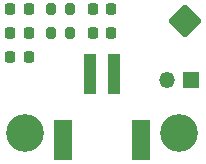
<source format=gbr>
%TF.GenerationSoftware,KiCad,Pcbnew,8.0.1-rc1*%
%TF.CreationDate,2024-05-21T21:17:26-06:00*%
%TF.ProjectId,screamer,73637265-616d-4657-922e-6b696361645f,V0.1.1*%
%TF.SameCoordinates,Original*%
%TF.FileFunction,Soldermask,Top*%
%TF.FilePolarity,Negative*%
%FSLAX46Y46*%
G04 Gerber Fmt 4.6, Leading zero omitted, Abs format (unit mm)*
G04 Created by KiCad (PCBNEW 8.0.1-rc1) date 2024-05-21 21:17:26*
%MOMM*%
%LPD*%
G01*
G04 APERTURE LIST*
G04 Aperture macros list*
%AMRoundRect*
0 Rectangle with rounded corners*
0 $1 Rounding radius*
0 $2 $3 $4 $5 $6 $7 $8 $9 X,Y pos of 4 corners*
0 Add a 4 corners polygon primitive as box body*
4,1,4,$2,$3,$4,$5,$6,$7,$8,$9,$2,$3,0*
0 Add four circle primitives for the rounded corners*
1,1,$1+$1,$2,$3*
1,1,$1+$1,$4,$5*
1,1,$1+$1,$6,$7*
1,1,$1+$1,$8,$9*
0 Add four rect primitives between the rounded corners*
20,1,$1+$1,$2,$3,$4,$5,0*
20,1,$1+$1,$4,$5,$6,$7,0*
20,1,$1+$1,$6,$7,$8,$9,0*
20,1,$1+$1,$8,$9,$2,$3,0*%
G04 Aperture macros list end*
%ADD10R,0.990600X3.505200*%
%ADD11R,1.498600X3.403600*%
%ADD12RoundRect,0.225000X0.225000X0.250000X-0.225000X0.250000X-0.225000X-0.250000X0.225000X-0.250000X0*%
%ADD13C,3.200000*%
%ADD14RoundRect,0.200000X0.200000X0.275000X-0.200000X0.275000X-0.200000X-0.275000X0.200000X-0.275000X0*%
%ADD15RoundRect,0.225000X-0.225000X-0.250000X0.225000X-0.250000X0.225000X0.250000X-0.225000X0.250000X0*%
%ADD16RoundRect,0.200000X-0.200000X-0.275000X0.200000X-0.275000X0.200000X0.275000X-0.200000X0.275000X0*%
%ADD17RoundRect,0.250001X-1.131369X0.000000X0.000000X-1.131369X1.131369X0.000000X0.000000X1.131369X0*%
%ADD18R,1.350000X1.350000*%
%ADD19O,1.350000X1.350000*%
G04 APERTURE END LIST*
D10*
%TO.C,BT1*%
X160000001Y-92500000D03*
X158000000Y-92500000D03*
D11*
X162314700Y-98062600D03*
X155685300Y-98062600D03*
%TD*%
D12*
%TO.C,C5*%
X152775000Y-91000000D03*
X151225000Y-91000000D03*
%TD*%
D13*
%TO.C,H2*%
X165500000Y-97500000D03*
%TD*%
D12*
%TO.C,C4*%
X152775000Y-89000000D03*
X151225000Y-89000000D03*
%TD*%
D14*
%TO.C,R2*%
X156325000Y-89000000D03*
X154675000Y-89000000D03*
%TD*%
D15*
%TO.C,C1*%
X158225000Y-89000000D03*
X159775000Y-89000000D03*
%TD*%
D13*
%TO.C,H1*%
X152500000Y-97500000D03*
%TD*%
D15*
%TO.C,C2*%
X158225000Y-87000000D03*
X159775000Y-87000000D03*
%TD*%
D16*
%TO.C,R1*%
X154675000Y-87000000D03*
X156325000Y-87000000D03*
%TD*%
D17*
%TO.C,AE1*%
X166000000Y-88000000D03*
%TD*%
D12*
%TO.C,C3*%
X152775000Y-87000000D03*
X151225000Y-87000000D03*
%TD*%
D18*
%TO.C,J1*%
X166500000Y-93000000D03*
D19*
X164500000Y-93000000D03*
%TD*%
M02*

</source>
